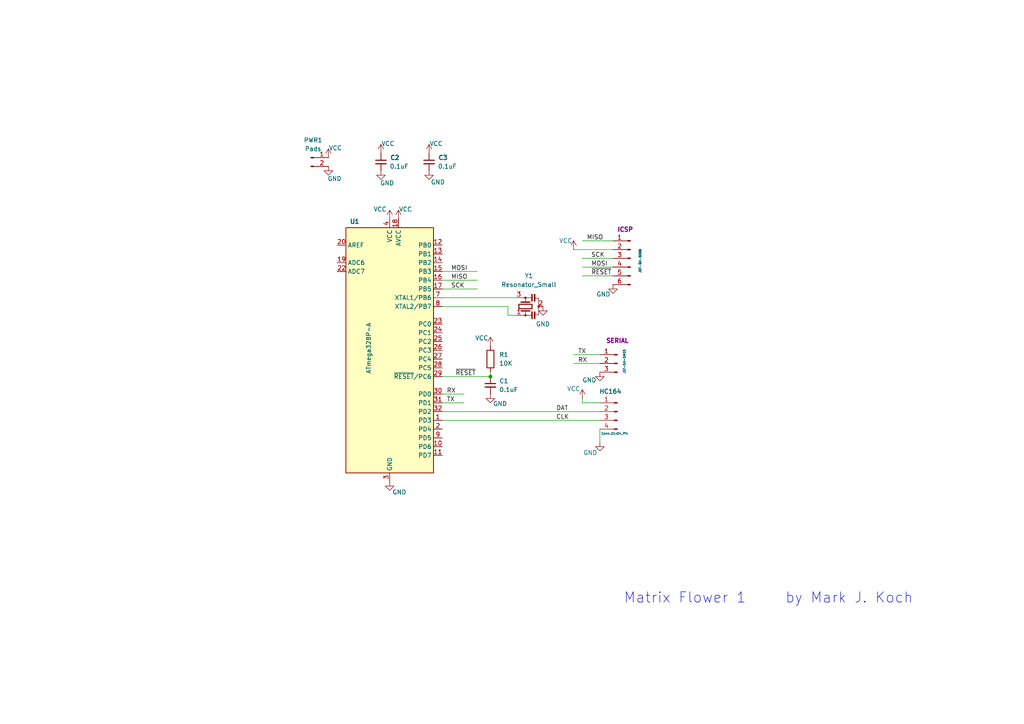
<source format=kicad_sch>
(kicad_sch (version 20250114) (generator "eeschema") (generator_version "9.0")
  (paper "A4")
  (lib_symbols
    (symbol "Connector:Conn_01x02_Pin" (pin_names (offset 1.016) (hide yes))
      (property "Reference" "J" (at 0 2.54 0))
      (property "Value" "Conn_01x02_Pin" (at 0 -5.08 0))
      (symbol "Conn_01x02_Pin_1_1"
        (rectangle (start 0.8636 0.127) (end 0 -0.127) (stroke (width 0.1524)) (fill (type outline)))
        (rectangle (start 0.8636 -2.413) (end 0 -2.667) (stroke (width 0.1524)) (fill (type outline)))
        (polyline (pts (xy 1.27 0) (xy 0.8636 0)) (stroke (width 0.1524)))
        (polyline (pts (xy 1.27 -2.54) (xy 0.8636 -2.54)) (stroke (width 0.1524)))
        (pin passive line (at 5.08 0 180) (length 3.81) (name "Pin_1") (number "1"))
        (pin passive line (at 5.08 -2.54 180) (length 3.81) (name "Pin_2") (number "2"))
      )
    )
    (symbol "Connector:Conn_01x03_Pin" (pin_names (offset 1.016) (hide yes))
      (property "Reference" "J" (at 0 5.08 0))
      (property "Value" "Conn_01x03_Pin" (at 0 -5.08 0))
      (symbol "Conn_01x03_Pin_1_1"
        (rectangle (start 0.8636 2.667) (end 0 2.413) (stroke (width 0.1524)) (fill (type outline)))
        (rectangle (start 0.8636 0.127) (end 0 -0.127) (stroke (width 0.1524)) (fill (type outline)))
        (rectangle (start 0.8636 -2.413) (end 0 -2.667) (stroke (width 0.1524)) (fill (type outline)))
        (polyline (pts (xy 1.27 2.54) (xy 0.8636 2.54)) (stroke (width 0.1524)))
        (polyline (pts (xy 1.27 0) (xy 0.8636 0)) (stroke (width 0.1524)))
        (polyline (pts (xy 1.27 -2.54) (xy 0.8636 -2.54)) (stroke (width 0.1524)))
        (pin passive line (at 5.08 2.54 180) (length 3.81) (name "Pin_1") (number "1"))
        (pin passive line (at 5.08 0 180) (length 3.81) (name "Pin_2") (number "2"))
        (pin passive line (at 5.08 -2.54 180) (length 3.81) (name "Pin_3") (number "3"))
      )
    )
    (symbol "Connector:Conn_01x04_Pin" (pin_names (offset 1.016) (hide yes))
      (property "Reference" "J" (at 0 5.08 0))
      (property "Value" "Conn_01x04_Pin" (at 0 -7.62 0))
      (symbol "Conn_01x04_Pin_1_1"
        (rectangle (start 0.8636 2.667) (end 0 2.413) (stroke (width 0.1524)) (fill (type outline)))
        (rectangle (start 0.8636 0.127) (end 0 -0.127) (stroke (width 0.1524)) (fill (type outline)))
        (rectangle (start 0.8636 -2.413) (end 0 -2.667) (stroke (width 0.1524)) (fill (type outline)))
        (rectangle (start 0.8636 -4.953) (end 0 -5.207) (stroke (width 0.1524)) (fill (type outline)))
        (polyline (pts (xy 1.27 2.54) (xy 0.8636 2.54)) (stroke (width 0.1524)))
        (polyline (pts (xy 1.27 0) (xy 0.8636 0)) (stroke (width 0.1524)))
        (polyline (pts (xy 1.27 -2.54) (xy 0.8636 -2.54)) (stroke (width 0.1524)))
        (polyline (pts (xy 1.27 -5.08) (xy 0.8636 -5.08)) (stroke (width 0.1524)))
        (pin passive line (at 5.08 2.54 180) (length 3.81) (name "Pin_1") (number "1"))
        (pin passive line (at 5.08 0 180) (length 3.81) (name "Pin_2") (number "2"))
        (pin passive line (at 5.08 -2.54 180) (length 3.81) (name "Pin_3") (number "3"))
        (pin passive line (at 5.08 -5.08 180) (length 3.81) (name "Pin_4") (number "4"))
      )
    )
    (symbol "Connector:Conn_01x06_Pin" (pin_names (offset 1.016) (hide yes))
      (property "Reference" "J" (at 0 7.62 0))
      (property "Value" "Conn_01x06_Pin" (at 0 -10.16 0))
      (symbol "Conn_01x06_Pin_1_1"
        (rectangle (start 0.8636 5.207) (end 0 4.953) (stroke (width 0.1524)) (fill (type outline)))
        (rectangle (start 0.8636 2.667) (end 0 2.413) (stroke (width 0.1524)) (fill (type outline)))
        (rectangle (start 0.8636 0.127) (end 0 -0.127) (stroke (width 0.1524)) (fill (type outline)))
        (rectangle (start 0.8636 -2.413) (end 0 -2.667) (stroke (width 0.1524)) (fill (type outline)))
        (rectangle (start 0.8636 -4.953) (end 0 -5.207) (stroke (width 0.1524)) (fill (type outline)))
        (rectangle (start 0.8636 -7.493) (end 0 -7.747) (stroke (width 0.1524)) (fill (type outline)))
        (polyline (pts (xy 1.27 5.08) (xy 0.8636 5.08)) (stroke (width 0.1524)))
        (polyline (pts (xy 1.27 2.54) (xy 0.8636 2.54)) (stroke (width 0.1524)))
        (polyline (pts (xy 1.27 0) (xy 0.8636 0)) (stroke (width 0.1524)))
        (polyline (pts (xy 1.27 -2.54) (xy 0.8636 -2.54)) (stroke (width 0.1524)))
        (polyline (pts (xy 1.27 -5.08) (xy 0.8636 -5.08)) (stroke (width 0.1524)))
        (polyline (pts (xy 1.27 -7.62) (xy 0.8636 -7.62)) (stroke (width 0.1524)))
        (pin passive line (at 5.08 5.08 180) (length 3.81) (name "Pin_1") (number "1"))
        (pin passive line (at 5.08 2.54 180) (length 3.81) (name "Pin_2") (number "2"))
        (pin passive line (at 5.08 0 180) (length 3.81) (name "Pin_3") (number "3"))
        (pin passive line (at 5.08 -2.54 180) (length 3.81) (name "Pin_4") (number "4"))
        (pin passive line (at 5.08 -5.08 180) (length 3.81) (name "Pin_5") (number "5"))
        (pin passive line (at 5.08 -7.62 180) (length 3.81) (name "Pin_6") (number "6"))
      )
    )
    (symbol "Device:C_Small" (pin_numbers (hide yes)) (pin_names (offset 0.254) (hide yes))
      (property "Reference" "C" (at 0.254 1.778 0))
      (property "Value" "C_Small" (at 0.254 -2.032 0))
      (symbol "C_Small_0_1"
        (polyline (pts (xy -1.524 0.508) (xy 1.524 0.508)) (stroke (width 0.3048)))
        (polyline (pts (xy -1.524 -0.508) (xy 1.524 -0.508)) (stroke (width 0.3302)))
      )
      (symbol "C_Small_1_1"
        (pin passive line (at 0 2.54 270) (length 2.032) (name "~") (number "1"))
        (pin passive line (at 0 -2.54 90) (length 2.032) (name "~") (number "2"))
      )
    )
    (symbol "Device:R" (pin_numbers (hide yes)) (pin_names (offset 0))
      (property "Reference" "R" (at 2.032 0 90))
      (property "Value" "R" (at 0 0 90))
      (symbol "R_0_1"
        (rectangle (start -1.016 -2.54) (end 1.016 2.54) (stroke (width 0.254)))
      )
      (symbol "R_1_1"
        (pin passive line (at 0 3.81 270) (length 1.27) (name "~") (number "1"))
        (pin passive line (at 0 -3.81 90) (length 1.27) (name "~") (number "2"))
      )
    )
    (symbol "Device:Resonator_Small" (pin_names (offset 1.016) (hide yes))
      (property "Reference" "Y" (at 3.175 1.905 0))
      (property "Value" "Resonator_Small" (at 3.175 0 0))
      (symbol "Resonator_Small_0_1"
        (rectangle (start -3.556 -1.778) (end -1.524 -2.032) (fill (type outline)))
        (rectangle (start -3.556 -2.54) (end -1.524 -2.794) (fill (type outline)))
        (polyline (pts (xy -2.54 1.27) (xy -2.54 0)))
        (circle (center -2.54 0) (radius 0.254) (fill (type outline)))
        (polyline (pts (xy -2.54 0) (xy -1.397 0)))
        (polyline (pts (xy -2.54 -1.778) (xy -2.54 0)))
        (polyline (pts (xy -1.27 -1.27) (xy -1.27 1.27)) (stroke (width 0.381)))
        (rectangle (start -0.635 1.905) (end 0.635 -1.905) (stroke (width 0.3048)))
        (circle (center 0 -3.81) (radius 0.254) (fill (type outline)))
        (polyline (pts (xy 1.27 0) (xy 2.54 0)))
        (polyline (pts (xy 1.27 -1.27) (xy 1.27 1.27)) (stroke (width 0.381)))
        (rectangle (start 1.524 -1.778) (end 3.556 -2.032) (fill (type outline)))
        (rectangle (start 1.524 -2.54) (end 3.556 -2.794) (fill (type outline)))
        (polyline (pts (xy 2.413 -2.794) (xy 2.413 -3.81) (xy -2.413 -3.81) (xy -2.413 -2.667)))
        (polyline (pts (xy 2.54 1.27) (xy 2.54 0)))
        (polyline (pts (xy 2.54 0) (xy 2.54 -1.778)))
        (circle (center 2.54 0) (radius 0.254) (fill (type outline)))
      )
      (symbol "Resonator_Small_1_1"
        (pin passive line (at -2.54 2.54 270) (length 1.27) (name "1") (number "1"))
        (pin passive line (at 0 -5.08 90) (length 1.27) (name "2") (number "2"))
        (pin passive line (at 2.54 2.54 270) (length 1.27) (name "3") (number "3"))
      )
    )
    (symbol "MCU_Microchip_ATmega:ATmega328P-A"
      (property "Reference" "U" (at -12.7 36.83 0))
      (property "Value" "ATmega328P-A" (at 2.54 -36.83 0))
      (symbol "ATmega328P-A_0_1"
        (rectangle (start -12.7 -35.56) (end 12.7 35.56) (stroke (width 0.254)) (fill (type background)))
      )
      (symbol "ATmega328P-A_1_1"
        (pin passive line (at -15.24 30.48 0) (length 2.54) (name "AREF") (number "20"))
        (pin input line (at -15.24 25.4 0) (length 2.54) (name "ADC6") (number "19"))
        (pin input line (at -15.24 22.86 0) (length 2.54) (name "ADC7") (number "22"))
        (pin power_in line (at 0 38.1 270) (length 2.54) (name "VCC") (number "4"))
        (pin passive line (at 0 38.1 270) (length 2.54) (hide yes) (name "VCC") (number "6"))
        (pin passive line (at 0 -38.1 90) (length 2.54) (hide yes) (name "GND") (number "21"))
        (pin power_in line (at 0 -38.1 90) (length 2.54) (name "GND") (number "3"))
        (pin passive line (at 0 -38.1 90) (length 2.54) (hide yes) (name "GND") (number "5"))
        (pin power_in line (at 2.54 38.1 270) (length 2.54) (name "AVCC") (number "18"))
        (pin bidirectional line (at 15.24 30.48 180) (length 2.54) (name "PB0") (number "12"))
        (pin bidirectional line (at 15.24 27.94 180) (length 2.54) (name "PB1") (number "13"))
        (pin bidirectional line (at 15.24 25.4 180) (length 2.54) (name "PB2") (number "14"))
        (pin bidirectional line (at 15.24 22.86 180) (length 2.54) (name "PB3") (number "15"))
        (pin bidirectional line (at 15.24 20.32 180) (length 2.54) (name "PB4") (number "16"))
        (pin bidirectional line (at 15.24 17.78 180) (length 2.54) (name "PB5") (number "17"))
        (pin bidirectional line (at 15.24 15.24 180) (length 2.54) (name "XTAL1/PB6") (number "7"))
        (pin bidirectional line (at 15.24 12.7 180) (length 2.54) (name "XTAL2/PB7") (number "8"))
        (pin bidirectional line (at 15.24 7.62 180) (length 2.54) (name "PC0") (number "23"))
        (pin bidirectional line (at 15.24 5.08 180) (length 2.54) (name "PC1") (number "24"))
        (pin bidirectional line (at 15.24 2.54 180) (length 2.54) (name "PC2") (number "25"))
        (pin bidirectional line (at 15.24 0 180) (length 2.54) (name "PC3") (number "26"))
        (pin bidirectional line (at 15.24 -2.54 180) (length 2.54) (name "PC4") (number "27"))
        (pin bidirectional line (at 15.24 -5.08 180) (length 2.54) (name "PC5") (number "28"))
        (pin bidirectional line (at 15.24 -7.62 180) (length 2.54) (name "~{RESET}/PC6") (number "29"))
        (pin bidirectional line (at 15.24 -12.7 180) (length 2.54) (name "PD0") (number "30"))
        (pin bidirectional line (at 15.24 -15.24 180) (length 2.54) (name "PD1") (number "31"))
        (pin bidirectional line (at 15.24 -17.78 180) (length 2.54) (name "PD2") (number "32"))
        (pin bidirectional line (at 15.24 -20.32 180) (length 2.54) (name "PD3") (number "1"))
        (pin bidirectional line (at 15.24 -22.86 180) (length 2.54) (name "PD4") (number "2"))
        (pin bidirectional line (at 15.24 -25.4 180) (length 2.54) (name "PD5") (number "9"))
        (pin bidirectional line (at 15.24 -27.94 180) (length 2.54) (name "PD6") (number "10"))
        (pin bidirectional line (at 15.24 -30.48 180) (length 2.54) (name "PD7") (number "11"))
      )
    )
    (symbol "power:GND" (power) (pin_numbers (hide yes)) (pin_names (offset 0) (hide yes))
      (property "Value" "GND" (at 0 -3.81 0))
      (symbol "GND_0_1"
        (polyline (pts (xy 0 0) (xy 0 -1.27) (xy 1.27 -1.27) (xy 0 -2.54) (xy -1.27 -1.27) (xy 0 -1.27)))
      )
      (symbol "GND_1_1"
        (pin power_in line (at 0 0 270) (length 0) (name "~") (number "1"))
      )
    )
    (symbol "power:VCC" (power) (pin_numbers (hide yes)) (pin_names (offset 0) (hide yes))
      (property "Value" "VCC" (at 0 3.556 0))
      (symbol "VCC_0_1"
        (polyline (pts (xy -0.762 1.27) (xy 0 2.54)))
        (polyline (pts (xy 0 2.54) (xy 0.762 1.27)))
        (polyline (pts (xy 0 0) (xy 0 2.54)))
      )
      (symbol "VCC_1_1"
        (pin power_in line (at 0 0 90) (length 0) (name "~") (number "1"))
      )
    )
  )
  (text "Matrix Flower 1     by Mark J. Koch" (at 180.848 175.26 0) (effects (font (size 3 3)) (justify left bottom)))
  (junction (at 142.24 109.22))
  (wire (pts (xy 128.27 83.82) (xy 138.43 83.82)))
  (wire (pts (xy 128.27 81.28) (xy 138.43 81.28)))
  (wire (pts (xy 128.27 114.3) (xy 134.62 114.3)))
  (wire (pts (xy 128.27 116.84) (xy 134.62 116.84)))
  (wire (pts (xy 147.32 88.9) (xy 147.32 91.44)))
  (wire (pts (xy 128.27 86.36) (xy 149.86 86.36)))
  (wire (pts (xy 166.37 72.39) (xy 177.8 72.39)))
  (wire (pts (xy 128.27 109.22) (xy 142.24 109.22)))
  (wire (pts (xy 128.27 119.38) (xy 173.99 119.38)))
  (wire (pts (xy 142.24 107.95) (xy 142.24 109.22)))
  (wire (pts (xy 128.27 78.74) (xy 138.43 78.74)))
  (wire (pts (xy 128.27 88.9) (xy 147.32 88.9)))
  (wire (pts (xy 147.32 91.44) (xy 149.86 91.44)))
  (wire (pts (xy 166.37 105.41) (xy 173.99 105.41)))
  (wire (pts (xy 173.99 116.84) (xy 168.91 116.84)))
  (wire (pts (xy 168.91 115.57) (xy 168.91 116.84)))
  (wire (pts (xy 173.99 128.27) (xy 173.99 124.46)))
  (wire (pts (xy 128.27 121.92) (xy 173.99 121.92)))
  (wire (pts (xy 168.91 69.85) (xy 177.8 69.85)))
  (wire (pts (xy 177.8 80.01) (xy 168.91 80.01)))
  (wire (pts (xy 166.37 102.87) (xy 173.99 102.87)))
  (wire (pts (xy 168.91 74.93) (xy 177.8 74.93)))
  (wire (pts (xy 168.91 77.47) (xy 177.8 77.47)))
  (label "SCK" (at 130.81 83.82 0))
  (label "RX" (at 129.54 114.3 0))
  (label "MOSI" (at 130.81 78.74 0))
  (label "RX" (at 167.64 105.41 0))
  (label "MISO" (at 130.81 81.28 0))
  (label "SCK" (at 171.45 74.93 0))
  (label "CLK" (at 161.29 121.92 0))
  (label "DAT" (at 161.29 119.38 0))
  (label "~{RESET}" (at 132.08 109.22 0))
  (label "MOSI" (at 171.45 77.47 0))
  (label "TX" (at 167.64 102.87 0))
  (label "MISO" (at 170.18 69.85 0))
  (label "TX" (at 129.54 116.84 0))
  (label "~{RESET}" (at 171.45 80.01 0))
  (symbol (lib_id "power:VCC") (at 110.49 44.45 0) (unit 1)
    (property "Reference" "#PWR010" (effects (hide yes)))
    (property "Value" "VCC" (at 112.522 41.656 0))
    (property "Description" "Power symbol creates a global label with name \"VCC\"" (effects (hide yes)))
  )
  (symbol (lib_id "power:GND") (at 142.24 114.3 0) (unit 1)
    (property "Reference" "#PWR06" (effects (hide yes)))
    (property "Value" "GND" (at 145.034 117.094 0))
    (property "Description" "Power symbol creates a global label with name \"GND\" , ground" (effects (hide yes)))
  )
  (symbol (lib_id "power:GND") (at 173.99 107.95 0) (unit 1)
    (property "Reference" "#PWR015" (effects (hide yes)))
    (property "Value" "GND" (at 170.942 110.236 0))
    (property "Description" "Power symbol creates a global label with name \"GND\" , ground" (effects (hide yes)))
  )
  (symbol (lib_id "Connector:Conn_01x03_Pin") (at 179.07 105.41 0) (mirror y) (unit 1)
    (property "Reference" "SERIAL1" (effects (hide yes)))
    (property "Value" "JST-SH-SM03" (at 181.102 101.346 90) (effects (font (size 0.63 0.63)) (justify right)))
    (property "Footprint" "Connector_JST:JST_SH_SM03B-SRSS-TB_1x03-1MP_P1.00mm_Horizontal" (effects (hide yes)))
    (property "Description" "Generic connector, single row, 01x03, script generated" (effects (hide yes)))
    (property "Label" "SERIAL" (at 179.07 98.806 0) (effects (font (thickness 0.254) (bold yes))))
  )
  (symbol (lib_id "power:GND") (at 157.48 88.9 0) (unit 1)
    (property "Reference" "#PWR07" (effects (hide yes)))
    (property "Value" "GND" (at 157.48 93.98 0))
    (property "Description" "Power symbol creates a global label with name \"GND\" , ground" (effects (hide yes)))
  )
  (symbol (lib_id "power:GND") (at 173.99 128.27 0) (unit 1)
    (property "Reference" "#PWR05" (effects (hide yes)))
    (property "Value" "GND" (at 171.196 131.318 0))
    (property "Description" "Power symbol creates a global label with name \"GND\" , ground" (effects (hide yes)))
  )
  (symbol (lib_id "power:VCC") (at 168.91 115.57 0) (unit 1)
    (property "Reference" "#PWR014" (effects (hide yes)))
    (property "Value" "VCC" (at 166.37 112.776 0))
    (property "Description" "Power symbol creates a global label with name \"VCC\"" (effects (hide yes)))
  )
  (symbol (lib_id "power:VCC") (at 115.57 63.5 0) (unit 1)
    (property "Reference" "#PWR03" (effects (hide yes)))
    (property "Value" "VCC" (at 117.602 60.706 0))
    (property "Description" "Power symbol creates a global label with name \"VCC\"" (effects (hide yes)))
  )
  (symbol (lib_id "power:GND") (at 177.8 82.55 0) (unit 1)
    (property "Reference" "#PWR012" (effects (hide yes)))
    (property "Value" "GND" (at 175.006 85.344 0))
    (property "Description" "Power symbol creates a global label with name \"GND\" , ground" (effects (hide yes)))
  )
  (symbol (lib_id "power:VCC") (at 124.46 44.45 0) (unit 1)
    (property "Reference" "#PWR011" (effects (hide yes)))
    (property "Value" "VCC" (at 126.492 41.656 0))
    (property "Description" "Power symbol creates a global label with name \"VCC\"" (effects (hide yes)))
  )
  (symbol (lib_id "MCU_Microchip_ATmega:ATmega328P-A") (at 113.03 101.6 0) (unit 1)
    (property "Reference" "U1" (at 101.346 64.262 0) (effects (font (thickness 0.254) (bold yes)) (justify left)))
    (property "Value" "ATmega328P-A" (at 106.934 108.458 90) (effects (justify left)))
    (property "Footprint" "Package_QFP:TQFP-32_7x7mm_P0.8mm" (effects (hide yes)))
    (property "Datasheet" "http://ww1.microchip.com/downloads/en/DeviceDoc/ATmega328_P%20AVR%20MCU%20with%20picoPower%20Technology%20Data%20Sheet%2040001984A.pdf" (effects (hide yes)))
    (property "Description" "20MHz, 32kB Flash, 2kB SRAM, 1kB EEPROM, TQFP-32" (effects (hide yes)))
  )
  (symbol (lib_id "power:VCC") (at 113.03 63.5 0) (unit 1)
    (property "Reference" "#PWR02" (effects (hide yes)))
    (property "Value" "VCC" (at 110.236 60.706 0))
    (property "Description" "Power symbol creates a global label with name \"VCC\"" (effects (hide yes)))
  )
  (symbol (lib_id "power:VCC") (at 166.37 72.39 0) (unit 1)
    (property "Reference" "#PWR013" (effects (hide yes)))
    (property "Value" "VCC" (at 164.084 69.85 0))
    (property "Description" "Power symbol creates a global label with name \"VCC\"" (effects (hide yes)))
  )
  (symbol (lib_id "Device:C_Small") (at 110.49 46.99 0) (unit 1)
    (property "Reference" "C2" (at 113.03 45.7263 0) (effects (font (thickness 0.254) (bold yes)) (justify left)))
    (property "Value" "0.1uF" (at 113.03 48.2662 0) (effects (justify left)))
    (property "Footprint" "Capacitor_SMD:C_0603_1608Metric_Pad1.08x0.95mm_HandSolder" (effects (hide yes)))
    (property "Description" "Unpolarized capacitor, small symbol" (effects (hide yes)))
  )
  (symbol (lib_id "power:GND") (at 110.49 49.53 0) (unit 1)
    (property "Reference" "#PWR08" (effects (hide yes)))
    (property "Value" "GND" (at 112.268 53.086 0))
    (property "Description" "Power symbol creates a global label with name \"GND\" , ground" (effects (hide yes)))
  )
  (symbol (lib_id "Device:C_Small") (at 124.46 46.99 0) (unit 1)
    (property "Reference" "C3" (at 127 45.7263 0) (effects (font (thickness 0.254) (bold yes)) (justify left)))
    (property "Value" "0.1uF" (at 127 48.2662 0) (effects (justify left)))
    (property "Footprint" "Capacitor_SMD:C_0603_1608Metric_Pad1.08x0.95mm_HandSolder" (effects (hide yes)))
    (property "Description" "Unpolarized capacitor, small symbol" (effects (hide yes)))
  )
  (symbol (lib_id "Connector:Conn_01x02_Pin") (at 90.17 45.72 0) (unit 1)
    (property "Reference" "PWR1" (at 90.805 40.64 0))
    (property "Value" "Pads" (at 90.805 43.18 0))
    (property "Footprint" "Resistor_SMD:R_1206_3216Metric_Pad1.30x1.75mm_HandSolder" (effects (hide yes)))
    (property "Description" "Generic connector, single row, 01x02, script generated" (effects (hide yes)))
  )
  (symbol (lib_id "Device:C_Small") (at 142.24 111.76 0) (unit 1)
    (property "Reference" "C1" (at 144.78 110.4962 0) (effects (justify left)))
    (property "Value" "0.1uF" (at 144.78 113.0362 0) (effects (justify left)))
    (property "Footprint" "Capacitor_SMD:C_0603_1608Metric_Pad1.08x0.95mm_HandSolder" (effects (hide yes)))
    (property "Description" "Unpolarized capacitor, small symbol" (effects (hide yes)))
  )
  (symbol (lib_id "power:GND") (at 124.46 49.53 0) (unit 1)
    (property "Reference" "#PWR09" (effects (hide yes)))
    (property "Value" "GND" (at 127 52.832 0))
    (property "Description" "Power symbol creates a global label with name \"GND\" , ground" (effects (hide yes)))
  )
  (symbol (lib_id "power:VCC") (at 142.24 100.33 0) (unit 1)
    (property "Reference" "#PWR01" (effects (hide yes)))
    (property "Value" "VCC" (at 139.7 98.044 0))
    (property "Description" "Power symbol creates a global label with name \"VCC\"" (effects (hide yes)))
  )
  (symbol (lib_id "power:GND") (at 95.25 48.26 0) (unit 1)
    (property "Reference" "#PWR017" (effects (hide yes)))
    (property "Value" "GND" (at 97.028 51.816 0))
    (property "Description" "Power symbol creates a global label with name \"GND\" , ground" (effects (hide yes)))
  )
  (symbol (lib_id "Connector:Conn_01x06_Pin") (at 182.88 74.93 0) (mirror y) (unit 1)
    (property "Reference" "ICSP1" (effects (hide yes)))
    (property "Value" "JST-SH-SM06" (at 185.674 72.136 90) (effects (font (size 0.63 0.63)) (justify right)))
    (property "Footprint" "Connector_JST:JST_SH_SM06B-SRSS-TB_1x06-1MP_P1.00mm_Horizontal" (effects (hide yes)))
    (property "Description" "Generic connector, single row, 01x06, script generated" (effects (hide yes)))
    (property "Label" "ICSP" (at 181.356 66.548 0) (effects (font (thickness 0.254) (bold yes))))
  )
  (symbol (lib_id "Device:R") (at 142.24 104.14 0) (unit 1)
    (property "Reference" "R1" (at 144.78 102.8699 0) (effects (justify left)))
    (property "Value" "10K" (at 144.78 105.4099 0) (effects (justify left)))
    (property "Footprint" "Resistor_SMD:R_0603_1608Metric_Pad0.98x0.95mm_HandSolder" (effects (hide yes)))
    (property "Description" "Resistor" (effects (hide yes)))
  )
  (symbol (lib_id "Connector:Conn_01x04_Pin") (at 179.07 119.38 0) (mirror y) (unit 1)
    (property "Reference" "HC164" (at 177.038 113.538 0) (effects (font (thickness 0.254) (bold yes))))
    (property "Value" "Conn_01x04_Pin" (at 178.308 125.73 0) (effects (font (size 0.63 0.63))))
    (property "Footprint" "Connector_PinHeader_2.54mm:PinHeader_1x04_P2.54mm_Vertical" (effects (hide yes)))
    (property "Description" "Generic connector, single row, 01x04, script generated" (effects (hide yes)))
  )
  (symbol (lib_id "power:GND") (at 113.03 139.7 0) (unit 1)
    (property "Reference" "#PWR04" (effects (hide yes)))
    (property "Value" "GND" (at 115.824 142.748 0))
    (property "Description" "Power symbol creates a global label with name \"GND\" , ground" (effects (hide yes)))
  )
  (symbol (lib_id "Device:Resonator_Small") (at 152.4 88.9 90) (unit 1)
    (property "Reference" "Y1" (at 153.4033 80.01 90))
    (property "Value" "Resonator_Small" (at 153.4033 82.55 90))
    (property "Footprint" "Crystal:Resonator_SMD_Murata_CSTxExxV-3Pin_3.0x1.1mm_HandSoldering" (effects (hide yes)))
    (property "Description" "Three pin ceramic resonator, small symbol" (effects (hide yes)))
  )
  (symbol (lib_id "power:VCC") (at 95.25 45.72 0) (unit 1)
    (property "Reference" "#PWR016" (effects (hide yes)))
    (property "Value" "VCC" (at 97.282 42.926 0))
    (property "Description" "Power symbol creates a global label with name \"VCC\"" (effects (hide yes)))
  )
)
</source>
